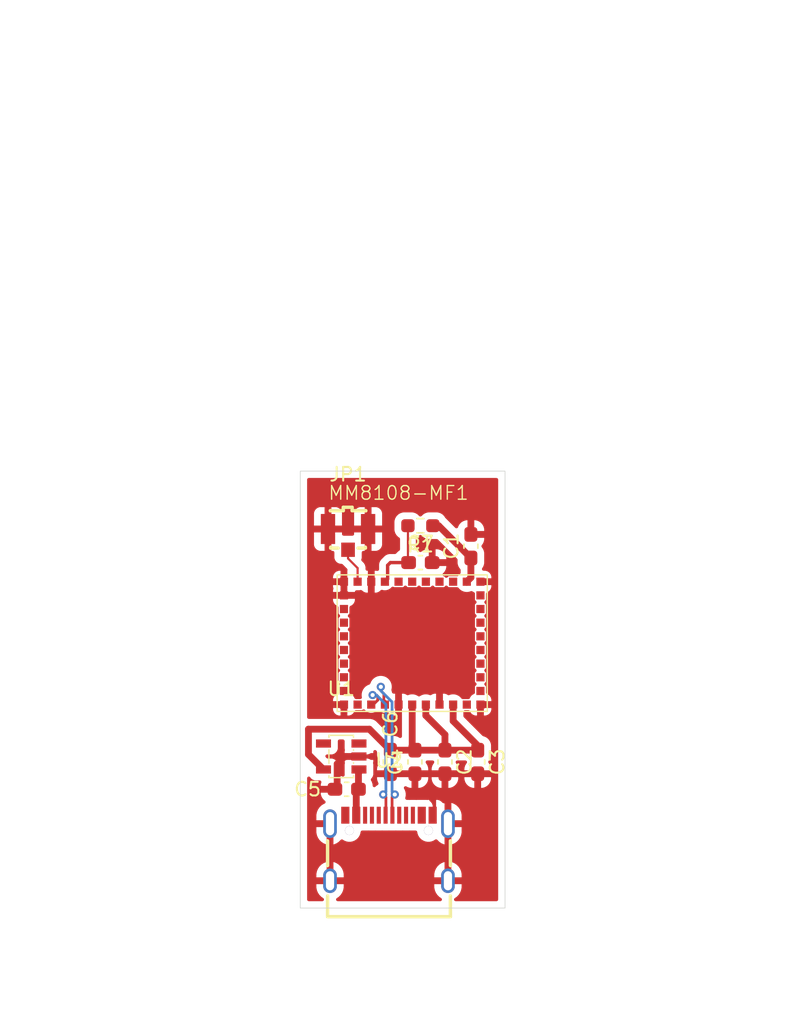
<source format=kicad_pcb>
(kicad_pcb (version 20241229) (generator "pcbnew") (generator_version "9.0")
  (layers (0 "F.Cu" signal) (2 "B.Cu" signal) (13 "F.Paste" user) (15 "B.Paste" user) (5 "F.SilkS" user "F.Silkscreen") (7 "B.SilkS" user "B.Silkscreen") (1 "F.Mask" user) (3 "B.Mask" user) (25 "Edge.Cuts" user))
  (net 0 "")
  (net 1 "+3.3V")
  (net 2 "GND")
  (net 25 "/reset")
  (net 26 "/RF_OUT")
  (net 27 "/5v_in")
  (net 34 "USB_D+")
  (net 35 "USB_D-")
  (footprint "Capacitor_SMD:C_0603_1608Metric_Pad1.08x0.95mm_HandSolder" (layer "F.Cu") (at 126.6 92.8 -90)
    (property "Reference" "C2" (at 0 -1.43 90) (layer "F.SilkS"))
    (property "Value" "10uF")
    (fp_line (start -0.146267 0.51) (end 0.146267 0.51) (stroke (width 0.12)) (layer "F.SilkS"))
    (fp_line (start -0.146267 -0.51) (end 0.146267 -0.51) (stroke (width 0.12)) (layer "F.SilkS"))
    (pad "1" smd roundrect (at -0.8625 0 270) (size 1.075 0.95) (layers "F.Cu" "F.Mask" "F.Paste") (net 1 "+3.3V"))
    (pad "2" smd roundrect (at 0.8625 0 270) (size 1.075 0.95) (layers "F.Cu" "F.Mask" "F.Paste") (net 2 "GND"))
  )
  (footprint "Capacitor_SMD:C_0603_1608Metric_Pad1.08x0.95mm_HandSolder" (layer "F.Cu") (at 129 92.8 -90)
    (property "Reference" "C3" (at 0 -1.43 90) (layer "F.SilkS"))
    (property "Value" "10uF")
    (fp_line (start -0.146267 0.51) (end 0.146267 0.51) (stroke (width 0.12)) (layer "F.SilkS"))
    (fp_line (start -0.146267 -0.51) (end 0.146267 -0.51) (stroke (width 0.12)) (layer "F.SilkS"))
    (pad "1" smd roundrect (at -0.8625 0 270) (size 1.075 0.95) (layers "F.Cu" "F.Mask" "F.Paste") (net 1 "+3.3V"))
    (pad "2" smd roundrect (at 0.8625 0 270) (size 1.075 0.95) (layers "F.Cu" "F.Mask" "F.Paste") (net 2 "GND"))
  )
  (footprint "easyeda2kicad:USB-C-SMD_G-SWITCH_GT-USB-7010ASV" (layer "F.Cu") (at 122.5 99.1)
    (property "Reference" "U2" (at 0 -6.4 0) (layer "F.SilkS"))
    (property "Value" "GT-USB-7010ASV")
    (fp_line (start -4.5 1.29) (end -4.5 -0.52) (stroke (width 0.25)) (layer "F.SilkS"))
    (fp_line (start -4.5 5.03) (end -4.5 3.51) (stroke (width 0.25)) (layer "F.SilkS"))
    (fp_line (start 4.5 1.29) (end 4.5 -0.52) (stroke (width 0.25)) (layer "F.SilkS"))
    (fp_line (start 4.5 5.03) (end -4.5 5.03) (stroke (width 0.25)) (layer "F.SilkS"))
    (fp_line (start 4.5 5.03) (end 4.5 3.51) (stroke (width 0.25)) (layer "F.SilkS"))
    (pad "" thru_hole circle (at -2.9 -1.28) (size 0.65 0.65) (drill 0.65) (layers "*.Cu" "*.Mask"))
    (pad "" thru_hole circle (at 2.89 -1.28) (size 0.65 0.65) (drill 0.65) (layers "*.Cu" "*.Mask"))
    (pad "1" thru_hole oval (at -4.32 -1.78) (size 1 2.1) (drill oval 0.599999 1.699997) (layers "*.Cu" "*.Mask") (net 2 "GND"))
    (pad "2" thru_hole oval (at 4.32 -1.78) (size 1 2.1) (drill oval 0.599999 1.699997) (layers "*.Cu" "*.Mask") (net 2 "GND"))
    (pad "3" thru_hole oval (at 4.32 2.4) (size 1 1.8) (drill oval 0.599999 1.399997) (layers "*.Cu" "*.Mask") (net 2 "GND"))
    (pad "4" thru_hole oval (at -4.32 2.4) (size 1 1.8) (drill oval 0.599999 1.399997) (layers "*.Cu" "*.Mask") (net 2 "GND"))
    (pad "A1B12" smd rect (at -3.2 -2.4) (size 0.6 1.24) (layers "F.Cu" "F.Mask" "F.Paste") (net 2 "GND"))
    (pad "A4B9" smd rect (at -2.4 -2.4) (size 0.6 1.24) (layers "F.Cu" "F.Mask" "F.Paste") (net 27 "/5v_in"))
    (pad "A5" smd rect (at -1.25 -2.4) (size 0.3 1.24) (layers "F.Cu" "F.Mask" "F.Paste"))
    (pad "A6" smd rect (at -0.25 -2.4) (size 0.3 1.24) (layers "F.Cu" "F.Mask" "F.Paste") (net 34 "USB_D+"))
    (pad "A7" smd rect (at 0.25 -2.4) (size 0.3 1.24) (layers "F.Cu" "F.Mask" "F.Paste") (net 35 "USB_D-"))
    (pad "A8" smd rect (at 1.25 -2.4) (size 0.3 1.24) (layers "F.Cu" "F.Mask" "F.Paste"))
    (pad "B1A12" smd rect (at 3.2 -2.4) (size 0.6 1.24) (layers "F.Cu" "F.Mask" "F.Paste") (net 2 "GND"))
    (pad "B4A9" smd rect (at 2.4 -2.4) (size 0.6 1.24) (layers "F.Cu" "F.Mask" "F.Paste") (net 27 "/5v_in"))
    (pad "B5" smd rect (at 1.75 -2.4) (size 0.3 1.24) (layers "F.Cu" "F.Mask" "F.Paste"))
    (pad "B6" smd rect (at 0.75 -2.4) (size 0.3 1.24) (layers "F.Cu" "F.Mask" "F.Paste") (net 34 "USB_D+"))
    (pad "B7" smd rect (at -0.75 -2.4) (size 0.3 1.24) (layers "F.Cu" "F.Mask" "F.Paste") (net 35 "USB_D-"))
    (pad "B8" smd rect (at -1.75 -2.4) (size 0.3 1.24) (layers "F.Cu" "F.Mask" "F.Paste"))
  )
  (footprint "easyeda2kicad:RF-SMD_FRF05002-JSS103M" (layer "F.Cu") (at 119.5 76.5)
    (property "Reference" "JP1" (at 0 -4.76 0) (layer "F.SilkS"))
    (property "Value" "U.FL-R-SMT-1(80)")
    (fp_line (start -1.3 -2.1) (end -0.35 -2.1) (stroke (width 0.25)) (layer "F.SilkS"))
    (fp_line (start -1.3 -2.09) (end -1.3 -2.1) (stroke (width 0.25)) (layer "F.SilkS"))
    (fp_line (start -1.27 0.57) (end -1.27 0.64) (stroke (width 0.25)) (layer "F.SilkS"))
    (fp_line (start -1.27 0.64) (end -0.73 0.64) (stroke (width 0.25)) (layer "F.SilkS"))
    (fp_line (start -0.35 -2.35) (end 0.3 -2.35) (stroke (width 0.25)) (layer "F.SilkS"))
    (fp_line (start -0.35 -2.1) (end -0.35 -2.35) (stroke (width 0.25)) (layer "F.SilkS"))
    (fp_line (start 0.3 -2.35) (end 0.3 -2.1) (stroke (width 0.25)) (layer "F.SilkS"))
    (fp_line (start 0.3 -2.1) (end 1.3 -2.1) (stroke (width 0.25)) (layer "F.SilkS"))
    (fp_line (start 0.73 0.64) (end 1.27 0.64) (stroke (width 0.25)) (layer "F.SilkS"))
    (fp_line (start 1.27 0.64) (end 1.27 0.57) (stroke (width 0.25)) (layer "F.SilkS"))
    (fp_line (start 1.3 -2.1) (end 1.3 -2.09) (stroke (width 0.25)) (layer "F.SilkS"))
    (pad "1" smd rect (at 0 0.76) (size 1 1.05) (layers "F.Cu" "F.Mask" "F.Paste") (net 26 "/RF_OUT"))
    (pad "2" smd rect (at -1.47 -0.76) (size 1.05 2.2) (layers "F.Cu" "F.Mask" "F.Paste") (net 2 "GND"))
    (pad "3" smd rect (at 1.47 -0.76) (size 1.05 2.2) (layers "F.Cu" "F.Mask" "F.Paste") (net 2 "GND"))
  )
  (footprint "Capacitor_SMD:C_0603_1608Metric_Pad1.08x0.95mm_HandSolder" (layer "F.Cu") (at 128.5 77 90)
    (property "Reference" "C1" (at 0 -1.43 90) (layer "F.SilkS"))
    (property "Value" "10uF")
    (fp_line (start -0.146267 -0.51) (end 0.146267 -0.51) (stroke (width 0.12)) (layer "F.SilkS"))
    (fp_line (start -0.146267 0.51) (end 0.146267 0.51) (stroke (width 0.12)) (layer "F.SilkS"))
    (pad "1" smd roundrect (at -0.8625 0 90) (size 1.075 0.95) (layers "F.Cu" "F.Mask" "F.Paste") (net 1 "+3.3V"))
    (pad "2" smd roundrect (at 0.8625 0 90) (size 1.075 0.95) (layers "F.Cu" "F.Mask" "F.Paste") (net 2 "GND"))
  )
  (footprint "Capacitor_SMD:C_0603_1608Metric_Pad1.08x0.95mm_HandSolder" (layer "F.Cu") (at 124.8 78.2)
    (property "Reference" "C7" (at 0 -1.43 0) (layer "F.SilkS"))
    (property "Value" "2.2 uF")
    (fp_line (start -0.146267 -0.51) (end 0.146267 -0.51) (stroke (width 0.12)) (layer "F.SilkS"))
    (fp_line (start -0.146267 0.51) (end 0.146267 0.51) (stroke (width 0.12)) (layer "F.SilkS"))
    (pad "1" smd roundrect (at -0.8625 0) (size 1.075 0.95) (layers "F.Cu" "F.Mask" "F.Paste") (net 25 "/reset"))
    (pad "2" smd roundrect (at 0.8625 0) (size 1.075 0.95) (layers "F.Cu" "F.Mask" "F.Paste") (net 2 "GND"))
  )
  (footprint "Capacitor_SMD:C_0603_1608Metric_Pad1.08x0.95mm_HandSolder" (layer "F.Cu") (at 122.6 92.8 -90)
    (property "Reference" "C6" (at -2.775 0 90) (layer "F.SilkS"))
    (property "Value" "10uF")
    (fp_line (start -0.146267 0.51) (end 0.146267 0.51) (stroke (width 0.12)) (layer "F.SilkS"))
    (fp_line (start -0.146267 -0.51) (end 0.146267 -0.51) (stroke (width 0.12)) (layer "F.SilkS"))
    (pad "1" smd roundrect (at -0.8625 0 270) (size 1.075 0.95) (layers "F.Cu" "F.Mask" "F.Paste") (net 1 "+3.3V"))
    (pad "2" smd roundrect (at 0.8625 0 270) (size 1.075 0.95) (layers "F.Cu" "F.Mask" "F.Paste") (net 2 "GND"))
  )
  (footprint "Capacitor_SMD:C_0603_1608Metric_Pad1.08x0.95mm_HandSolder" (layer "F.Cu") (at 124.4 92.8 90)
    (property "Reference" "C4" (at 0 -1.43 90) (layer "F.SilkS"))
    (property "Value" "10uF")
    (fp_line (start -0.146267 -0.51) (end 0.146267 -0.51) (stroke (width 0.12)) (layer "F.SilkS"))
    (fp_line (start -0.146267 0.51) (end 0.146267 0.51) (stroke (width 0.12)) (layer "F.SilkS"))
    (pad "1" smd roundrect (at -0.8625 0 90) (size 1.075 0.95) (layers "F.Cu" "F.Mask" "F.Paste") (net 2 "GND"))
    (pad "2" smd roundrect (at 0.8625 0 90) (size 1.075 0.95) (layers "F.Cu" "F.Mask" "F.Paste") (net 1 "+3.3V"))
  )
  (footprint "MM:MM8108-MF15457" (layer "F.Cu") (at 119.2 79.6)
    (property "Reference" "MM8108-MF1" (at 4 -6.5 0) (layer "F.SilkS") (effects (font (thickness 0.1))))
    (property "Value" "~")
    (fp_rect (start -0.5 -0.5) (end 10.5 9.5) (stroke (width 0.1)) (fill no) (layer "F.SilkS"))
    (pad "1" smd rect (at 0 0) (size 0.6 0.6) (layers "F.Cu" "F.Mask" "F.Paste") (net 2 "GND") (clearance 0.1))
    (pad "2" smd rect (at 1 0) (size 0.6 0.6) (layers "F.Cu" "F.Mask" "F.Paste") (net 26 "/RF_OUT") (clearance 0.1))
    (pad "3" smd rect (at 2 0) (size 0.6 0.6) (layers "F.Cu" "F.Mask" "F.Paste") (net 2 "GND") (clearance 0.1))
    (pad "4" smd rect (at 3 0) (size 0.6 0.6) (layers "F.Cu" "F.Mask" "F.Paste") (net 25 "/reset") (clearance 0.1))
    (pad "5" smd rect (at 4 0) (size 0.6 0.6) (layers "F.Cu" "F.Mask" "F.Paste") (clearance 0.1))
    (pad "6" smd rect (at 5 0) (size 0.6 0.6) (layers "F.Cu" "F.Mask" "F.Paste") (clearance 0.1))
    (pad "7" smd rect (at 6 0) (size 0.6 0.6) (layers "F.Cu" "F.Mask" "F.Paste") (clearance 0.1))
    (pad "8" smd rect (at 7 0) (size 0.6 0.6) (layers "F.Cu" "F.Mask" "F.Paste") (clearance 0.1))
    (pad "9" smd rect (at 8 0) (size 0.6 0.6) (layers "F.Cu" "F.Mask" "F.Paste") (clearance 0.1))
    (pad "10" smd rect (at 9 0) (size 0.6 0.6) (layers "F.Cu" "F.Mask" "F.Paste") (net 1 "+3.3V") (clearance 0.1))
    (pad "11" smd rect (at 10 0) (size 0.6 0.6) (layers "F.Cu" "F.Mask" "F.Paste") (net 2 "GND") (clearance 0.1))
    (pad "12" smd rect (at 10 1) (size 0.6 0.6) (layers "F.Cu" "F.Mask" "F.Paste") (clearance 0.1))
    (pad "13" smd rect (at 10 2) (size 0.6 0.6) (layers "F.Cu" "F.Mask" "F.Paste") (clearance 0.1))
    (pad "14" smd rect (at 10 3) (size 0.6 0.6) (layers "F.Cu" "F.Mask" "F.Paste") (clearance 0.1))
    (pad "15" smd rect (at 10 4) (size 0.6 0.6) (layers "F.Cu" "F.Mask" "F.Paste") (clearance 0.1))
    (pad "16" smd rect (at 10 5) (size 0.6 0.6) (layers "F.Cu" "F.Mask" "F.Paste") (clearance 0.1))
    (pad "17" smd rect (at 10 6) (size 0.6 0.6) (layers "F.Cu" "F.Mask" "F.Paste") (clearance 0.1))
    (pad "18" smd rect (at 10 7) (size 0.6 0.6) (layers "F.Cu" "F.Mask" "F.Paste") (clearance 0.1))
    (pad "19" smd rect (at 10 8) (size 0.6 0.6) (layers "F.Cu" "F.Mask" "F.Paste") (clearance 0.1))
    (pad "20" smd rect (at 10 9) (size 0.6 0.6) (layers "F.Cu" "F.Mask" "F.Paste") (net 2 "GND") (clearance 0.1))
    (pad "21" smd rect (at 9 9) (size 0.6 0.6) (layers "F.Cu" "F.Mask" "F.Paste") (clearance 0.1))
    (pad "22" smd rect (at 8 9) (size 0.6 0.6) (layers "F.Cu" "F.Mask" "F.Paste") (net 1 "+3.3V") (clearance 0.1))
    (pad "23" smd rect (at 7 9) (size 0.6 0.6) (layers "F.Cu" "F.Mask" "F.Paste") (net 2 "GND") (clearance 0.1))
    (pad "24" smd rect (at 6 9) (size 0.6 0.6) (layers "F.Cu" "F.Mask" "F.Paste") (net 1 "+3.3V") (clearance 0.1))
    (pad "25" smd rect (at 5 9) (size 0.6 0.6) (layers "F.Cu" "F.Mask" "F.Paste") (net 1 "+3.3V") (clearance 0.1))
    (pad "26" smd rect (at 4 9) (size 0.6 0.6) (layers "F.Cu" "F.Mask" "F.Paste") (net 2 "GND") (clearance 0.1))
    (pad "27" smd rect (at 3 9) (size 0.6 0.6) (layers "F.Cu" "F.Mask" "F.Paste") (net 35 "USB_D-") (clearance 0.1))
    (pad "28" smd rect (at 2 9) (size 0.6 0.6) (layers "F.Cu" "F.Mask" "F.Paste") (net 34 "USB_D+") (clearance 0.1))
    (pad "29" smd rect (at 1 9) (size 0.6 0.6) (layers "F.Cu" "F.Mask" "F.Paste") (clearance 0.1))
    (pad "30" smd rect (at 0 9) (size 0.6 0.6) (layers "F.Cu" "F.Mask" "F.Paste") (net 2 "GND") (clearance 0.1))
    (pad "31" smd rect (at 0 8) (size 0.6 0.6) (layers "F.Cu" "F.Mask" "F.Paste") (clearance 0.1))
    (pad "32" smd rect (at 0 7) (size 0.6 0.6) (layers "F.Cu" "F.Mask" "F.Paste") (clearance 0.1))
    (pad "33" smd rect (at 0 6) (size 0.6 0.6) (layers "F.Cu" "F.Mask" "F.Paste") (clearance 0.1))
    (pad "34" smd rect (at 0 5) (size 0.6 0.6) (layers "F.Cu" "F.Mask" "F.Paste") (clearance 0.1))
    (pad "35" smd rect (at 0 4) (size 0.6 0.6) (layers "F.Cu" "F.Mask" "F.Paste") (clearance 0.1))
    (pad "36" smd rect (at 0 3) (size 0.6 0.6) (layers "F.Cu" "F.Mask" "F.Paste") (clearance 0.1))
    (pad "37" smd rect (at 0 2) (size 0.6 0.6) (layers "F.Cu" "F.Mask" "F.Paste") (clearance 0.1))
    (pad "38" smd rect (at 0 1) (size 0.6 0.6) (layers "F.Cu" "F.Mask" "F.Paste") (net 2 "GND") (clearance 0.1))
  )
  (footprint "Resistor_SMD:R_0603_1608Metric_Pad0.98x0.95mm_HandSolder" (layer "F.Cu") (at 124.8 75.5 180)
    (property "Reference" "R1" (at 0 -1.43 180) (layer "F.SilkS"))
    (property "Value" "220K")
    (fp_line (start -0.254724 0.5225) (end 0.254724 0.5225) (stroke (width 0.12)) (layer "F.SilkS"))
    (fp_line (start -0.254724 -0.5225) (end 0.254724 -0.5225) (stroke (width 0.12)) (layer "F.SilkS"))
    (pad "1" smd roundrect (at -0.9125 0 180) (size 0.975 0.95) (layers "F.Cu" "F.Mask" "F.Paste") (net 1 "+3.3V"))
    (pad "2" smd roundrect (at 0.9125 0 180) (size 0.975 0.95) (layers "F.Cu" "F.Mask" "F.Paste") (net 25 "/reset"))
  )
  (footprint "Capacitor_SMD:C_0603_1608Metric_Pad1.08x0.95mm_HandSolder" (layer "F.Cu") (at 119.4 94.8 180)
    (property "Reference" "C5" (at 2.8625 0 0) (layer "F.SilkS"))
    (property "Value" "1uF")
    (fp_line (start -0.146267 0.51) (end 0.146267 0.51) (stroke (width 0.12)) (layer "F.SilkS"))
    (fp_line (start -0.146267 -0.51) (end 0.146267 -0.51) (stroke (width 0.12)) (layer "F.SilkS"))
    (pad "1" smd roundrect (at -0.8625 0 180) (size 1.075 0.95) (layers "F.Cu" "F.Mask" "F.Paste") (net 27 "/5v_in"))
    (pad "2" smd roundrect (at 0.8625 0 180) (size 1.075 0.95) (layers "F.Cu" "F.Mask" "F.Paste") (net 2 "GND"))
  )
  (footprint "easyeda2kicad:SOT-23-5_L3.0-W1.7-P0.95-LS2.8-BR" (layer "F.Cu") (at 119 92.4)
    (property "Reference" "U1" (at 0 -4.95 0) (layer "F.SilkS"))
    (property "Value" "TLV75533PDBVR")
    (fp_line (start -0.9 -1.55) (end -0.9 -1.4) (stroke (width 0.1)) (layer "F.SilkS"))
    (fp_line (start -0.9 -1.55) (end 0.9 -1.55) (stroke (width 0.1)) (layer "F.SilkS"))
    (fp_line (start -0.9 -0.49) (end -0.9 0.5) (stroke (width 0.1)) (layer "F.SilkS"))
    (fp_line (start -0.9 1.41) (end -0.9 1.55) (stroke (width 0.1)) (layer "F.SilkS"))
    (fp_line (start -0.9 1.55) (end 0.9 1.55) (stroke (width 0.1)) (layer "F.SilkS"))
    (fp_line (start 0.9 -1.55) (end 0.9 -1.4) (stroke (width 0.1)) (layer "F.SilkS"))
    (fp_line (start 0.9 -0.49) (end 0.9 -0.45) (stroke (width 0.1)) (layer "F.SilkS"))
    (fp_line (start 0.9 0.46) (end 0.9 0.5) (stroke (width 0.1)) (layer "F.SilkS"))
    (fp_line (start 0.9 1.41) (end 0.9 1.55) (stroke (width 0.1)) (layer "F.SilkS"))
    (pad "1" smd rect (at 1.3 0.95) (size 1.1 0.6) (layers "F.Cu" "F.Mask" "F.Paste") (net 27 "/5v_in"))
    (pad "2" smd rect (at 1.3 0) (size 1.1 0.6) (layers "F.Cu" "F.Mask" "F.Paste") (net 2 "GND"))
    (pad "3" smd rect (at 1.3 -0.95) (size 1.1 0.6) (layers "F.Cu" "F.Mask" "F.Paste"))
    (pad "4" smd rect (at -1.3 -0.95) (size 1.1 0.6) (layers "F.Cu" "F.Mask" "F.Paste"))
    (pad "5" smd rect (at -1.3 0.95) (size 1.1 0.6) (layers "F.Cu" "F.Mask" "F.Paste") (net 1 "+3.3V"))
  )
  (gr_rect (start 116 71.5) (end 131 103.5) (stroke (width 0.05)) (fill no) (layer "Edge.Cuts"))
  (segment (start 128.5 77.8625) (end 128.5 79.3) (width 0.5) (layer "F.Cu") (net 1))
  (segment (start 128.4 79.5) (end 128.3 79.5) (width 0.2) (layer "F.Cu") (net 1))
  (segment (start 125.2 88.6) (end 125.2 89.4) (width 0.5) (layer "F.Cu") (net 1))
  (segment (start 126.6 91.9375) (end 129 91.9375) (width 0.5) (layer "F.Cu") (net 1))
  (segment (start 128.5 79.3) (end 128.2 79.6) (width 0.5) (layer "F.Cu") (net 1))
  (segment (start 116.6 90.4) (end 121.0625 90.4) (width 0.5) (layer "F.Cu") (net 1))
  (segment (start 127.4 88.8) (end 127.2 88.6) (width 0.2) (layer "F.Cu") (net 1))
  (segment (start 128.3 79.5) (end 128.2 79.6) (width 0.2) (layer "F.Cu") (net 1))
  (segment (start 128.2 79.6) (end 128.2 79.8) (width 0.2) (layer "F.Cu") (net 1))
  (segment (start 122.6 91.9375) (end 124.4 91.9375) (width 0.5) (layer "F.Cu") (net 1))
  (segment (start 124.2 88.6) (end 124.2 91.7375) (width 0.5) (layer "F.Cu") (net 1))
  (segment (start 127.2 89.8) (end 127.2 88.6) (width 0.5) (layer "F.Cu") (net 1))
  (segment (start 116.6 92.25) (end 116.6 90.4) (width 0.5) (layer "F.Cu") (net 1))
  (segment (start 117.7 93.35) (end 116.6 92.25) (width 0.5) (layer "F.Cu") (net 1))
  (segment (start 125.7125 75.5) (end 126.1375 75.5) (width 0.5) (layer "F.Cu") (net 1))
  (segment (start 121.0625 90.4) (end 122.6 91.9375) (width 0.5) (layer "F.Cu") (net 1))
  (segment (start 126.1375 75.5) (end 128.5 77.8625) (width 0.5) (layer "F.Cu") (net 1))
  (segment (start 124.4 91.9375) (end 126.6 91.9375) (width 0.5) (layer "F.Cu") (net 1))
  (segment (start 125.2 89.4) (end 126.6 90.8) (width 0.5) (layer "F.Cu") (net 1))
  (segment (start 129 91.9375) (end 129 91.6) (width 0.5) (layer "F.Cu") (net 1))
  (segment (start 129 91.6) (end 127.2 89.8) (width 0.5) (layer "F.Cu") (net 1))
  (segment (start 126.6 90.8) (end 126.6 91.9375) (width 0.5) (layer "F.Cu") (net 1))
  (segment (start 124.2 91.7375) (end 124.4 91.9375) (width 0.5) (layer "F.Cu") (net 1))
  (segment (start 118.701 94.6365) (end 118.701 92.949) (width 0.5) (layer "F.Cu") (net 2))
  (segment (start 118.701 92.949) (end 119.25 92.4) (width 0.5) (layer "F.Cu") (net 2))
  (segment (start 119.25 92.4) (end 120.3 92.4) (width 0.5) (layer "F.Cu") (net 2))
  (segment (start 118.5375 94.8) (end 118.701 94.6365) (width 0.5) (layer "F.Cu") (net 2))
  (segment (start 122.2 79.6) (end 122.4 79.4) (width 0.25) (layer "F.Cu") (net 25))
  (segment (start 122.4 79.4) (end 122.4 78.4) (width 0.25) (layer "F.Cu") (net 25))
  (segment (start 123.8875 75.5) (end 123.8875 78.15) (width 0.1565) (layer "F.Cu") (net 25))
  (segment (start 123.9375 78.2) (end 123.8 78.2) (width 0.2) (layer "F.Cu") (net 25))
  (segment (start 122.6 78.2) (end 123.9375 78.2) (width 0.25) (layer "F.Cu") (net 25))
  (segment (start 123.8875 78.15) (end 123.9375 78.2) (width 0.1565) (layer "F.Cu") (net 25))
  (segment (start 122.4 78.4) (end 122.6 78.2) (width 0.25) (layer "F.Cu") (net 25))
  (segment (start 120.26 79.6) (end 120.2 79.6) (width 0.25) (layer "F.Cu") (net 26))
  (segment (start 119.5 77.9) (end 120.2 78.6) (width 0.1565) (layer "F.Cu") (net 26))
  (segment (start 119.5 77.26) (end 119.5 77.9) (width 0.1565) (layer "F.Cu") (net 26))
  (segment (start 120.2 78.6) (end 120.2 79.6) (width 0.1565) (layer "F.Cu") (net 26))
  (segment (start 120.2625 94.8) (end 120.2625 93.5875) (width 0.5) (layer "F.Cu") (net 27))
  (segment (start 120.1 94.9625) (end 120.1 96.7) (width 0.5) (layer "F.Cu") (net 27))
  (segment (start 120.2625 93.5875) (end 120.3 93.55) (width 0.5) (layer "F.Cu") (net 27))
  (segment (start 120.2625 94.8) (end 120.1 94.9625) (width 0.5) (layer "F.Cu") (net 27))
  (segment (start 120.3 93.55) (end 120.3 93.35) (width 0.5) (layer "F.Cu") (net 27))
  (segment (start 121.675 87.993199) (end 121.675 88.274999) (width 0.2) (layer "F.Cu") (net 34))
  (segment (start 121.675 88.274999) (end 121.4 88.549999) (width 0.2) (layer "F.Cu") (net 34))
  (segment (start 121.582322 87.900521) (end 121.675 87.993199) (width 0.2) (layer "F.Cu") (net 34))
  (segment (start 121.4 88.549999) (end 121.250001 88.549999) (width 0.2) (layer "F.Cu") (net 34))
  (segment (start 122.274999 95.383983) (end 122.075 95.183984) (width 0.2) (layer "F.Cu") (net 34))
  (segment (start 122.25 96.7) (end 122.274999 96.675001) (width 0.2) (layer "F.Cu") (net 34))
  (segment (start 121.299479 87.900521) (end 121.582322 87.900521) (width 0.2) (layer "F.Cu") (net 34))
  (segment (start 122.274999 96.675001) (end 122.274999 95.383983) (width 0.2) (layer "F.Cu") (net 34))
  (segment (start 121.250001 88.549999) (end 121.2 88.6) (width 0.2) (layer "F.Cu") (net 34))
  (via (at 121.299479 87.900521) (size 0.6) (drill 0.3) (layers "F.Cu" "B.Cu") (net 34))
  (via (at 122.075 95.183984) (size 0.6) (drill 0.3) (layers "F.Cu" "B.Cu") (net 34))
  (segment (start 121.582322 87.900521) (end 121.299479 87.900521) (width 0.2) (layer "B.Cu") (net 34))
  (segment (start 122.075 95.183984) (end 122.275 94.983984) (width 0.2) (layer "B.Cu") (net 34))
  (segment (start 122.275 88.593199) (end 121.582322 87.900521) (width 0.2) (layer "B.Cu") (net 34))
  (segment (start 122.275 94.983984) (end 122.275 88.593199) (width 0.2) (layer "B.Cu") (net 34))
  (segment (start 122.75 96.7) (end 122.725001 96.675001) (width 0.2) (layer "F.Cu") (net 35))
  (segment (start 122.125 88.274999) (end 122.2 88.349999) (width 0.2) (layer "F.Cu") (net 35))
  (segment (start 122.725001 96.675001) (end 122.725001 95.383983) (width 0.2) (layer "F.Cu") (net 35))
  (segment (start 121.900521 87.299479) (end 121.900521 87.582322) (width 0.2) (layer "F.Cu") (net 35))
  (segment (start 122.2 88.349999) (end 122.2 88.6) (width 0.2) (layer "F.Cu") (net 35))
  (segment (start 121.900521 87.582322) (end 122.125 87.806801) (width 0.2) (layer "F.Cu") (net 35))
  (segment (start 122.125 87.806801) (end 122.125 88.274999) (width 0.2) (layer "F.Cu") (net 35))
  (segment (start 122.725001 95.383983) (end 122.925 95.183984) (width 0.2) (layer "F.Cu") (net 35))
  (via (at 121.900521 87.299479) (size 0.6) (drill 0.3) (layers "F.Cu" "B.Cu") (net 35))
  (via (at 122.925 95.183984) (size 0.6) (drill 0.3) (layers "F.Cu" "B.Cu") (net 35))
  (segment (start 121.900521 87.582322) (end 121.900521 87.299479) (width 0.2) (layer "B.Cu") (net 35))
  (segment (start 122.725 94.983984) (end 122.725 88.406801) (width 0.2) (layer "B.Cu") (net 35))
  (segment (start 122.925 95.183984) (end 122.725 94.983984) (width 0.2) (layer "B.Cu") (net 35))
  (segment (start 122.725 88.406801) (end 121.900521 87.582322) (width 0.2) (layer "B.Cu") (net 35))
  (zone (net 2) (net_name "GND") (layer "F.Cu") (connect_pads (clearance 0.5)) (min_thickness 0.25) (fill yes (thermal_gap 0.5) (thermal_bridge_width 0.5))
    (polygon (pts (xy 94 37) (xy 94 112) (xy 152 112) (xy 153 38)))
  )
)
</source>
